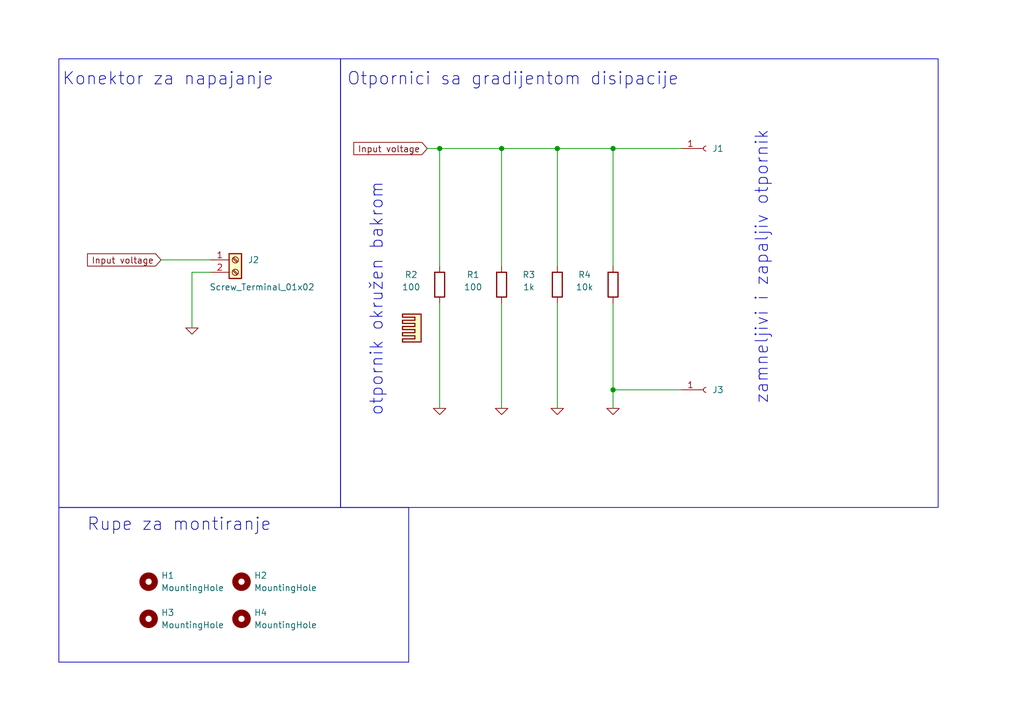
<source format=kicad_sch>
(kicad_sch (version 20250114) (generator "eeschema") (generator_version "9.0")
  (paper "A5")
  (title_block (title "Džulov zakon") (rev "v1"))
  (lib_symbols
    (symbol "Connector:Conn_01x01_Socket" (pin_names (offset 1.016) (hide yes))
      (property "Reference" "J" (at 0 2.54 0))
      (property "Value" "Conn_01x01_Socket" (at 0 -2.54 0))
      (symbol "Conn_01x01_Socket_1_1"
        (polyline (pts (xy -1.27 0) (xy -0.508 0)) (stroke (width 0.1524)))
        (arc (start 0 -0.508) (mid -0.5058 0) (end 0 0.508) (stroke (width 0.1524)))
        (pin passive line (at -5.08 0 0) (length 3.81) (name "Pin_1") (number "1"))
      )
    )
    (symbol "Connector:Screw_Terminal_01x02" (pin_names (offset 1.016) (hide yes))
      (property "Reference" "J" (at 0 2.54 0))
      (property "Value" "Screw_Terminal_01x02" (at 0 -5.08 0))
      (symbol "Screw_Terminal_01x02_1_1"
        (rectangle (start -1.27 1.27) (end 1.27 -3.81) (stroke (width 0.254)) (fill (type background)))
        (polyline (pts (xy -0.5334 0.3302) (xy 0.3302 -0.508)) (stroke (width 0.1524)))
        (polyline (pts (xy -0.5334 -2.2098) (xy 0.3302 -3.048)) (stroke (width 0.1524)))
        (polyline (pts (xy -0.3556 0.508) (xy 0.508 -0.3302)) (stroke (width 0.1524)))
        (polyline (pts (xy -0.3556 -2.032) (xy 0.508 -2.8702)) (stroke (width 0.1524)))
        (circle (center 0 0) (radius 0.635) (stroke (width 0.1524)))
        (circle (center 0 -2.54) (radius 0.635) (stroke (width 0.1524)))
        (pin passive line (at -5.08 0 0) (length 3.81) (name "Pin_1") (number "1"))
        (pin passive line (at -5.08 -2.54 0) (length 3.81) (name "Pin_2") (number "2"))
      )
    )
    (symbol "Device:R" (pin_numbers (hide yes)) (pin_names (offset 0))
      (property "Reference" "R" (at 2.032 0 90))
      (property "Value" "R" (at 0 0 90))
      (symbol "R_0_1"
        (rectangle (start -1.016 -2.54) (end 1.016 2.54) (stroke (width 0.254)))
      )
      (symbol "R_1_1"
        (pin passive line (at 0 3.81 270) (length 1.27) (name "~") (number "1"))
        (pin passive line (at 0 -3.81 90) (length 1.27) (name "~") (number "2"))
      )
    )
    (symbol "Mechanical:Heatsink" (pin_names (offset 1.016)) (exclude_from_sim yes)
      (property "Reference" "HS" (at 0 5.08 0))
      (property "Value" "Heatsink" (at 0 -1.27 0))
      (symbol "Heatsink_0_1"
        (polyline (pts (xy -0.3302 1.27) (xy -0.9652 1.27) (xy -0.9652 3.81) (xy -1.6002 3.81) (xy -1.6002 1.27) (xy -2.2352 1.27) (xy -2.2352 3.81) (xy -2.8702 3.81) (xy -2.8702 0) (xy -0.9652 0)) (stroke (width 0.254)) (fill (type background)))
        (polyline (pts (xy -0.3302 1.27) (xy -0.3302 3.81) (xy 0.3048 3.81) (xy 0.3048 1.27) (xy 0.9398 1.27) (xy 0.9398 3.81) (xy 1.5748 3.81) (xy 1.5748 1.27) (xy 2.2098 1.27) (xy 2.2098 3.81) (xy 2.8448 3.81) (xy 2.8448 0) (xy -0.9652 0)) (stroke (width 0.254)) (fill (type background)))
      )
    )
    (symbol "Mechanical:MountingHole" (pin_names (offset 1.016))
      (property "Reference" "H" (at 0 5.08 0))
      (property "Value" "MountingHole" (at 0 3.175 0))
      (symbol "MountingHole_0_1"
        (circle (center 0 0) (radius 1.27) (stroke (width 1.27)))
      )
    )
    (symbol "Simulation_SPICE:0" (power) (pin_names (offset 0))
      (property "Value" "0" (at 0 -1.778 0))
      (symbol "0_0_1"
        (polyline (pts (xy -1.27 0) (xy 0 -1.27) (xy 1.27 0) (xy -1.27 0)))
      )
      (symbol "0_1_1"
        (pin power_in line (at 0 0 0) (length 0) (hide yes) (name "0") (number "1"))
      )
    )
  )
  (rectangle (start 12.065 12.065) (end 69.85 104.14))
  (rectangle (start 12.065 104.14) (end 83.82 135.89))
  (rectangle (start 69.85 12.065) (end 192.405 104.14))
  (text "zamneljivi i zapaljiv otpornik\n" (at 156.21 54.864 90) (effects (font (size 2.54 2.54))))
  (text "Rupe za montiranje\n" (at 17.78 109.22 0) (effects (font (size 2.54 2.54)) (justify left bottom)))
  (text "otpornik okružen bakrom\n" (at 77.216 61.468 90) (effects (font (size 2.54 2.54))))
  (text "Konektor za napajanje" (at 12.7 17.78 0) (effects (font (size 2.54 2.54)) (justify left bottom)))
  (text "Otpornici sa gradijentom disipacije\n" (at 71.12 17.78 0) (effects (font (size 2.54 2.54)) (justify left bottom)))
  (junction (at 114.3 30.48))
  (junction (at 125.73 30.48))
  (junction (at 102.87 30.48))
  (junction (at 90.17 30.48))
  (junction (at 125.73 80.01))
  (wire (pts (xy 114.3 30.48) (xy 114.3 54.61)))
  (wire (pts (xy 125.73 30.48) (xy 114.3 30.48)))
  (wire (pts (xy 90.17 30.48) (xy 102.87 30.48)))
  (wire (pts (xy 125.73 80.01) (xy 139.7 80.01)))
  (wire (pts (xy 102.87 30.48) (xy 102.87 54.61)))
  (wire (pts (xy 87.63 30.48) (xy 90.17 30.48)))
  (wire (pts (xy 90.17 62.23) (xy 90.17 83.82)))
  (wire (pts (xy 90.17 30.48) (xy 90.17 54.61)))
  (wire (pts (xy 125.73 54.61) (xy 125.73 30.48)))
  (wire (pts (xy 114.3 30.48) (xy 102.87 30.48)))
  (wire (pts (xy 125.73 62.23) (xy 125.73 80.01)))
  (wire (pts (xy 39.37 55.88) (xy 43.18 55.88)))
  (wire (pts (xy 43.18 53.34) (xy 33.02 53.34)))
  (wire (pts (xy 125.73 30.48) (xy 139.7 30.48)))
  (wire (pts (xy 125.73 80.01) (xy 125.73 83.82)))
  (wire (pts (xy 39.37 55.88) (xy 39.37 67.31)))
  (wire (pts (xy 102.87 62.23) (xy 102.87 83.82)))
  (wire (pts (xy 114.3 62.23) (xy 114.3 83.82)))
  (global_label "Input voltage" (shape input) (at 33.02 53.34 180) (property "Intersheetrefs" "${INTERSHEET_REFS}" (effects (hide yes))))
  (global_label "Input voltage" (shape input) (at 87.63 30.48 180) (property "Intersheetrefs" "${INTERSHEET_REFS}" (effects (hide yes))))
  (symbol (lib_id "Simulation_SPICE:0") (at 39.37 67.31 0) (unit 1)
    (property "Reference" "#GND05" (effects (hide yes)))
    (property "Value" "0" (effects (hide yes)))
  )
  (symbol (lib_id "Simulation_SPICE:0") (at 102.87 83.82 0) (unit 1)
    (property "Reference" "#GND07" (effects (hide yes)))
    (property "Value" "0" (effects (hide yes)))
  )
  (symbol (lib_id "Mechanical:MountingHole") (at 30.48 127 0) (unit 1)
    (property "Reference" "H3" (at 33.02 125.73 0) (effects (justify left)))
    (property "Value" "MountingHole" (at 33.02 128.27 0) (effects (justify left)))
    (property "Footprint" "MountingHole:MountingHole_3.2mm_M3_ISO14580_Pad_TopBottom" (effects (hide yes)))
  )
  (symbol (lib_id "Simulation_SPICE:0") (at 125.73 83.82 0) (unit 1)
    (property "Reference" "#GND02" (effects (hide yes)))
    (property "Value" "0" (effects (hide yes)))
  )
  (symbol (lib_id "Device:R") (at 90.17 58.42 0) (unit 1)
    (property "Reference" "R2" (at 84.328 56.388 0))
    (property "Value" "100" (at 84.328 58.928 0))
    (property "Footprint" "Resistor_SMD:R_1206_3216Metric_Pad1.30x1.75mm_HandSolder" (effects (hide yes)))
    (property "Datasheet" "https://jlcpcb.com/api/file/downloadByFileSystemAccessId/8579705871070658560" (effects (hide yes)))
    (property "LCSC Part Number" "C17900" (effects (hide yes)))
    (property "JLCPCB Footprint" "1206" (effects (hide yes)))
  )
  (symbol (lib_id "Connector:Screw_Terminal_01x02") (at 48.26 53.34 0) (unit 1) (exclude_from_sim yes)
    (property "Reference" "J2" (at 50.8 53.34 0) (effects (justify left)))
    (property "Value" "Screw_Terminal_01x02" (at 42.926 58.928 0) (effects (justify left)))
    (property "Footprint" "TerminalBlock_Phoenix:TerminalBlock_Phoenix_MKDS-1,5-2-5.08_1x02_P5.08mm_Horizontal" (effects (hide yes)))
    (property "Datasheet" "https://wmsc.lcsc.com/wmsc/upload/file/pdf/v2/lcsc/2301061230_DORABO-DB127V-5-08-2P-GN-S_C3018698.pdf" (effects (hide yes)))
    (property "LCSC Part Number" "C3018698" (effects (hide yes)))
  )
  (symbol (lib_id "Device:R") (at 125.73 58.42 0) (unit 1)
    (property "Reference" "R4" (at 119.888 56.388 0))
    (property "Value" "10k" (at 119.888 58.928 0))
    (property "Footprint" "Resistor_SMD:R_1206_3216Metric_Pad1.30x1.75mm_HandSolder" (effects (hide yes)))
    (property "Datasheet" "https://jlcpcb.com/api/file/downloadByFileSystemAccessId/8579705871070658560" (effects (hide yes)))
    (property "LCSC Part Number" "C17900" (effects (hide yes)))
    (property "JLCPCB Footprint" "1206" (effects (hide yes)))
  )
  (symbol (lib_id "Simulation_SPICE:0") (at 90.17 83.82 0) (unit 1)
    (property "Reference" "#GND03" (effects (hide yes)))
    (property "Value" "0" (effects (hide yes)))
  )
  (symbol (lib_id "Mechanical:MountingHole") (at 49.53 119.38 0) (unit 1)
    (property "Reference" "H2" (at 52.07 118.11 0) (effects (justify left)))
    (property "Value" "MountingHole" (at 52.07 120.65 0) (effects (justify left)))
    (property "Footprint" "MountingHole:MountingHole_3.2mm_M3_ISO14580_Pad_TopBottom" (effects (hide yes)))
  )
  (symbol (lib_id "Device:R") (at 114.3 58.42 0) (unit 1)
    (property "Reference" "R3" (at 108.458 56.388 0))
    (property "Value" "1k" (at 108.458 58.928 0))
    (property "Footprint" "Resistor_SMD:R_1206_3216Metric_Pad1.30x1.75mm_HandSolder" (effects (hide yes)))
    (property "Datasheet" "https://jlcpcb.com/api/file/downloadByFileSystemAccessId/8579705871070658560" (effects (hide yes)))
    (property "LCSC Part Number" "C17900" (effects (hide yes)))
    (property "JLCPCB Footprint" "1206" (effects (hide yes)))
  )
  (symbol (lib_id "Mechanical:MountingHole") (at 30.48 119.38 0) (unit 1)
    (property "Reference" "H1" (at 33.02 118.11 0) (effects (justify left)))
    (property "Value" "MountingHole" (at 33.02 120.65 0) (effects (justify left)))
    (property "Footprint" "MountingHole:MountingHole_3.2mm_M3_ISO14580_Pad_TopBottom" (effects (hide yes)))
  )
  (symbol (lib_id "Mechanical:Heatsink") (at 86.36 67.31 90) (unit 1) (exclude_from_sim yes)
    (property "Reference" "HS1" (effects (hide yes)))
    (property "Value" "Heatsink" (effects (hide yes)))
    (property "Description" "Heatsink" (effects (hide yes)))
  )
  (symbol (lib_id "Mechanical:MountingHole") (at 49.53 127 0) (unit 1)
    (property "Reference" "H4" (at 52.07 125.73 0) (effects (justify left)))
    (property "Value" "MountingHole" (at 52.07 128.27 0) (effects (justify left)))
    (property "Footprint" "MountingHole:MountingHole_3.2mm_M3_ISO14580_Pad_TopBottom" (effects (hide yes)))
  )
  (symbol (lib_id "Connector:Conn_01x01_Socket") (at 144.78 30.48 0) (unit 1)
    (property "Reference" "J1" (at 146.05 30.4799 0) (effects (justify left)))
    (property "Value" "Conn_01x01_Socket" (effects (hide yes)))
    (property "Footprint" "Connector_PinSocket_2.54mm:PinSocket_1x01_P2.54mm_Vertical" (effects (hide yes)))
    (property "Description" "Generic connector, single row, 01x01, script generated" (effects (hide yes)))
  )
  (symbol (lib_id "Device:R") (at 102.87 58.42 0) (unit 1)
    (property "Reference" "R1" (at 97.028 56.388 0))
    (property "Value" "100" (at 97.028 58.928 0))
    (property "Footprint" "Resistor_SMD:R_1206_3216Metric_Pad1.30x1.75mm_HandSolder" (effects (hide yes)))
    (property "Datasheet" "https://jlcpcb.com/api/file/downloadByFileSystemAccessId/8579705871070658560" (effects (hide yes)))
    (property "LCSC Part Number" "C17900" (effects (hide yes)))
    (property "JLCPCB Footprint" "1206" (effects (hide yes)))
  )
  (symbol (lib_id "Simulation_SPICE:0") (at 114.3 83.82 0) (unit 1)
    (property "Reference" "#GND01" (effects (hide yes)))
    (property "Value" "0" (effects (hide yes)))
  )
  (symbol (lib_id "Connector:Conn_01x01_Socket") (at 144.78 80.01 0) (unit 1)
    (property "Reference" "J3" (at 146.05 80.0099 0) (effects (justify left)))
    (property "Value" "Conn_01x01_Socket" (effects (hide yes)))
    (property "Footprint" "Connector_PinSocket_2.54mm:PinSocket_1x01_P2.54mm_Vertical" (effects (hide yes)))
    (property "Description" "Generic connector, single row, 01x01, script generated" (effects (hide yes)))
  )
)
</source>
